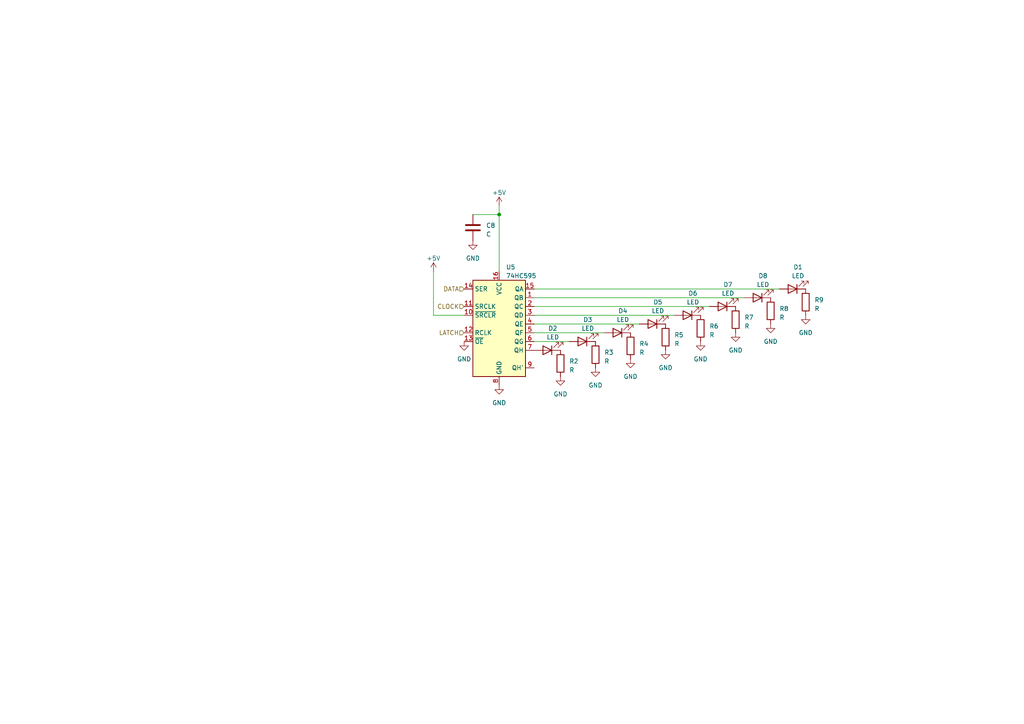
<source format=kicad_sch>
(kicad_sch (version 20230121) (generator eeschema)
  (paper "A4")
  (lib_symbols
    (symbol "74xx:74HC595"
      (property "Reference" "U" (at -7.62 13.97 0))
      (property "Value" "74HC595" (at -7.62 -16.51 0))
      (symbol "74HC595_1_0"
        (pin tri_state line (at 10.16 7.62 180) (length 2.54) (name "QB") (number "1"))
        (pin input line (at -10.16 2.54 0) (length 2.54) (name "~{SRCLR}") (number "10"))
        (pin input line (at -10.16 5.08 0) (length 2.54) (name "SRCLK") (number "11"))
        (pin input line (at -10.16 -2.54 0) (length 2.54) (name "RCLK") (number "12"))
        (pin input line (at -10.16 -5.08 0) (length 2.54) (name "~{OE}") (number "13"))
        (pin input line (at -10.16 10.16 0) (length 2.54) (name "SER") (number "14"))
        (pin tri_state line (at 10.16 10.16 180) (length 2.54) (name "QA") (number "15"))
        (pin power_in line (at 0 15.24 270) (length 2.54) (name "VCC") (number "16"))
        (pin tri_state line (at 10.16 5.08 180) (length 2.54) (name "QC") (number "2"))
        (pin tri_state line (at 10.16 2.54 180) (length 2.54) (name "QD") (number "3"))
        (pin tri_state line (at 10.16 0 180) (length 2.54) (name "QE") (number "4"))
        (pin tri_state line (at 10.16 -2.54 180) (length 2.54) (name "QF") (number "5"))
        (pin tri_state line (at 10.16 -5.08 180) (length 2.54) (name "QG") (number "6"))
        (pin tri_state line (at 10.16 -7.62 180) (length 2.54) (name "QH") (number "7"))
        (pin power_in line (at 0 -17.78 90) (length 2.54) (name "GND") (number "8"))
        (pin output line (at 10.16 -12.7 180) (length 2.54) (name "QH'") (number "9"))
      )
      (symbol "74HC595_1_1"
        (rectangle (start -7.62 12.7) (end 7.62 -15.24) (stroke (width 0.254)) (fill (type background)))
      )
    )
    (symbol "Device:C" (pin_numbers hide) (pin_names (offset 0.254))
      (property "Reference" "C" (at 0.635 2.54 0))
      (property "Value" "C" (at 0.635 -2.54 0))
      (symbol "C_0_1"
        (polyline (pts (xy -2.032 -0.762) (xy 2.032 -0.762)) (stroke (width 0.508)))
        (polyline (pts (xy -2.032 0.762) (xy 2.032 0.762)) (stroke (width 0.508)))
      )
      (symbol "C_1_1"
        (pin passive line (at 0 3.81 270) (length 2.794) (name "~") (number "1"))
        (pin passive line (at 0 -3.81 90) (length 2.794) (name "~") (number "2"))
      )
    )
    (symbol "Device:LED" (pin_numbers hide) (pin_names (offset 1.016) hide)
      (property "Reference" "D" (at 0 2.54 0))
      (property "Value" "LED" (at 0 -2.54 0))
      (symbol "LED_0_1"
        (polyline (pts (xy -1.27 -1.27) (xy -1.27 1.27)) (stroke (width 0.254)))
        (polyline (pts (xy -1.27 0) (xy 1.27 0)))
        (polyline (pts (xy 1.27 -1.27) (xy 1.27 1.27) (xy -1.27 0) (xy 1.27 -1.27)) (stroke (width 0.254)))
        (polyline (pts (xy -3.048 -0.762) (xy -4.572 -2.286) (xy -3.81 -2.286) (xy -4.572 -2.286) (xy -4.572 -1.524)))
        (polyline (pts (xy -1.778 -0.762) (xy -3.302 -2.286) (xy -2.54 -2.286) (xy -3.302 -2.286) (xy -3.302 -1.524)))
      )
      (symbol "LED_1_1"
        (pin passive line (at -3.81 0 0) (length 2.54) (name "K") (number "1"))
        (pin passive line (at 3.81 0 180) (length 2.54) (name "A") (number "2"))
      )
    )
    (symbol "Device:R" (pin_numbers hide) (pin_names (offset 0))
      (property "Reference" "R" (at 2.032 0 90))
      (property "Value" "R" (at 0 0 90))
      (symbol "R_0_1"
        (rectangle (start -1.016 -2.54) (end 1.016 2.54) (stroke (width 0.254)))
      )
      (symbol "R_1_1"
        (pin passive line (at 0 3.81 270) (length 1.27) (name "~") (number "1"))
        (pin passive line (at 0 -3.81 90) (length 1.27) (name "~") (number "2"))
      )
    )
    (symbol "power:+5V" (power) (pin_names (offset 0))
      (property "Value" "+5V" (at 0 3.556 0))
      (symbol "+5V_0_1"
        (polyline (pts (xy -0.762 1.27) (xy 0 2.54)))
        (polyline (pts (xy 0 0) (xy 0 2.54)))
        (polyline (pts (xy 0 2.54) (xy 0.762 1.27)))
      )
      (symbol "+5V_1_1"
        (pin power_in line (at 0 0 90) (length 0) hide (name "+5V") (number "1"))
      )
    )
    (symbol "power:GND" (power) (pin_names (offset 0))
      (property "Value" "GND" (at 0 -3.81 0))
      (symbol "GND_0_1"
        (polyline (pts (xy 0 0) (xy 0 -1.27) (xy 1.27 -1.27) (xy 0 -2.54) (xy -1.27 -1.27) (xy 0 -1.27)))
      )
      (symbol "GND_1_1"
        (pin power_in line (at 0 0 270) (length 0) hide (name "GND") (number "1"))
      )
    )
  )
  (junction (at 144.78 62.23))
  (wire (pts (xy 154.94 99.06) (xy 165.1 99.06)))
  (wire (pts (xy 144.78 62.23) (xy 144.78 78.74)))
  (wire (pts (xy 144.78 59.69) (xy 144.78 62.23)))
  (wire (pts (xy 154.94 93.98) (xy 185.42 93.98)))
  (wire (pts (xy 125.73 91.44) (xy 134.62 91.44)))
  (wire (pts (xy 154.94 96.52) (xy 175.26 96.52)))
  (wire (pts (xy 154.94 88.9) (xy 205.74 88.9)))
  (wire (pts (xy 125.73 78.74) (xy 125.73 91.44)))
  (wire (pts (xy 226.06 83.82) (xy 154.94 83.82)))
  (wire (pts (xy 137.16 62.23) (xy 144.78 62.23)))
  (wire (pts (xy 154.94 91.44) (xy 195.58 91.44)))
  (wire (pts (xy 154.94 86.36) (xy 215.9 86.36)))
  (hierarchical_label "LATCH" (shape input) (at 134.62 96.52 180))
  (hierarchical_label "CLOCK" (shape input) (at 134.62 88.9 180))
  (hierarchical_label "DATA" (shape input) (at 134.62 83.82 180))
  (symbol (lib_id "power:GND") (at 203.2 99.06 0) (unit 1)
    (property "Reference" "#PWR018" (effects hide))
    (property "Value" "GND" (at 203.2 104.14 0))
    (instances (project "CxCat" (path "" (reference "#PWR018") (unit 1)) (path "" (reference "#PWR023") (unit 1))))
  )
  (symbol (lib_id "Device:LED") (at 219.71 86.36 180) (unit 1)
    (property "Reference" "D8" (at 221.2975 80.01 0))
    (property "Value" "LED" (at 221.2975 82.55 0))
    (property "Footprint" "LED_THT:LED_D3.0mm" (effects hide))
    (instances (project "CxCat" (path "" (reference "D8") (unit 1)) (path "" (reference "D7") (unit 1))))
  )
  (symbol (lib_id "Device:R") (at 223.52 90.17 0) (unit 1)
    (property "Reference" "R8" (at 226.06 89.535 0) (effects (justify left)))
    (property "Value" "R" (at 226.06 92.075 0) (effects (justify left)))
    (property "Footprint" "Resistor_THT:R_Axial_DIN0204_L3.6mm_D1.6mm_P5.08mm_Horizontal" (effects hide))
  )
  (symbol (lib_id "Device:LED") (at 179.07 96.52 180) (unit 1)
    (property "Reference" "D4" (at 180.6575 90.17 0))
    (property "Value" "LED" (at 180.6575 92.71 0))
    (property "Footprint" "LED_THT:LED_D3.0mm" (effects hide))
    (instances (project "CxCat" (path "" (reference "D4") (unit 1)) (path "" (reference "D3") (unit 1))))
  )
  (symbol (lib_id "Device:R") (at 172.72 102.87 0) (unit 1)
    (property "Reference" "R3" (at 175.26 102.235 0) (effects (justify left)))
    (property "Value" "R" (at 175.26 104.775 0) (effects (justify left)))
    (property "Footprint" "Resistor_THT:R_Axial_DIN0204_L3.6mm_D1.6mm_P5.08mm_Horizontal" (effects hide))
  )
  (symbol (lib_id "Device:LED") (at 158.75 101.6 180) (unit 1)
    (property "Reference" "D2" (at 160.3375 95.25 0))
    (property "Value" "LED" (at 160.3375 97.79 0))
    (property "Footprint" "LED_THT:LED_D3.0mm" (effects hide))
    (instances (project "CxCat" (path "" (reference "D2") (unit 1)) (path "" (reference "D1") (unit 1))))
  )
  (symbol (lib_id "Device:C") (at 137.16 66.04 0) (unit 1)
    (property "Reference" "C8" (at 140.97 65.405 0) (effects (justify left)))
    (property "Value" "C" (at 140.97 67.945 0) (effects (justify left)))
    (property "Footprint" "Capacitor_THT:C_Rect_L4.0mm_W2.5mm_P2.50mm" (effects hide))
  )
  (symbol (lib_id "Device:LED") (at 168.91 99.06 180) (unit 1)
    (property "Reference" "D3" (at 170.4975 92.71 0))
    (property "Value" "LED" (at 170.4975 95.25 0))
    (property "Footprint" "LED_THT:LED_D3.0mm" (effects hide))
    (instances (project "CxCat" (path "" (reference "D3") (unit 1)) (path "" (reference "D2") (unit 1))))
  )
  (symbol (lib_id "power:GND") (at 223.52 93.98 0) (unit 1)
    (property "Reference" "#PWR020" (effects hide))
    (property "Value" "GND" (at 223.52 99.06 0))
    (instances (project "CxCat" (path "" (reference "#PWR020") (unit 1)) (path "" (reference "#PWR025") (unit 1))))
  )
  (symbol (lib_id "Device:LED") (at 209.55 88.9 180) (unit 1)
    (property "Reference" "D7" (at 211.1375 82.55 0))
    (property "Value" "LED" (at 211.1375 85.09 0))
    (property "Footprint" "LED_THT:LED_D3.0mm" (effects hide))
    (instances (project "CxCat" (path "" (reference "D7") (unit 1)) (path "" (reference "D6") (unit 1))))
  )
  (symbol (lib_id "power:GND") (at 233.68 91.44 0) (unit 1)
    (property "Reference" "#PWR021" (effects hide))
    (property "Value" "GND" (at 233.68 96.52 0))
    (instances (project "CxCat" (path "" (reference "#PWR021") (unit 1)) (path "" (reference "#PWR026") (unit 1))))
  )
  (symbol (lib_id "power:GND") (at 137.16 69.85 0) (unit 1)
    (property "Reference" "#PWR023" (effects hide))
    (property "Value" "GND" (at 137.16 74.93 0))
    (instances (project "CxCat" (path "" (reference "#PWR023") (unit 1)) (path "" (reference "#PWR016") (unit 1))))
  )
  (symbol (lib_id "power:GND") (at 144.78 111.76 0) (unit 1)
    (property "Reference" "#PWR022" (effects hide))
    (property "Value" "GND" (at 144.78 116.84 0))
    (instances (project "CxCat" (path "" (reference "#PWR022") (unit 1)) (path "" (reference "#PWR018") (unit 1))))
  )
  (symbol (lib_id "74xx:74HC595") (at 144.78 93.98 0) (unit 1)
    (property "Reference" "U5" (at 146.7359 77.47 0) (effects (justify left)))
    (property "Value" "74HC595" (at 146.7359 80.01 0) (effects (justify left)))
    (property "Footprint" "Package_DIP:DIP-16_W7.62mm_LongPads" (effects hide))
    (property "Datasheet" "http://www.ti.com/lit/ds/symlink/sn74hc595.pdf" (effects hide))
  )
  (symbol (lib_id "Device:R") (at 213.36 92.71 0) (unit 1)
    (property "Reference" "R7" (at 215.9 92.075 0) (effects (justify left)))
    (property "Value" "R" (at 215.9 94.615 0) (effects (justify left)))
    (property "Footprint" "Resistor_THT:R_Axial_DIN0204_L3.6mm_D1.6mm_P5.08mm_Horizontal" (effects hide))
  )
  (symbol (lib_id "power:+5V") (at 125.73 78.74 0) (unit 1)
    (property "Reference" "#PWR026" (effects hide))
    (property "Value" "+5V" (at 125.73 74.93 0))
    (instances (project "CxCat" (path "" (reference "#PWR026") (unit 1)) (path "" (reference "#PWR014") (unit 1))))
  )
  (symbol (lib_id "power:GND") (at 193.04 101.6 0) (unit 1)
    (property "Reference" "#PWR017" (effects hide))
    (property "Value" "GND" (at 193.04 106.68 0))
    (instances (project "CxCat" (path "" (reference "#PWR017") (unit 1)) (path "" (reference "#PWR022") (unit 1))))
  )
  (symbol (lib_id "Device:LED") (at 199.39 91.44 180) (unit 1)
    (property "Reference" "D6" (at 200.9775 85.09 0))
    (property "Value" "LED" (at 200.9775 87.63 0))
    (property "Footprint" "LED_THT:LED_D3.0mm" (effects hide))
    (instances (project "CxCat" (path "" (reference "D6") (unit 1)) (path "" (reference "D5") (unit 1))))
  )
  (symbol (lib_id "power:+5V") (at 144.78 59.69 0) (unit 1)
    (property "Reference" "#PWR024" (effects hide))
    (property "Value" "+5V" (at 144.78 55.88 0))
    (instances (project "CxCat" (path "" (reference "#PWR024") (unit 1)) (path "" (reference "#PWR017") (unit 1))))
  )
  (symbol (lib_id "Device:LED") (at 229.87 83.82 180) (unit 1)
    (property "Reference" "D1" (at 231.4575 77.47 0))
    (property "Value" "LED" (at 231.4575 80.01 0))
    (property "Footprint" "LED_THT:LED_D3.0mm" (effects hide))
    (instances (project "CxCat" (path "" (reference "D1") (unit 1)) (path "" (reference "D8") (unit 1))))
  )
  (symbol (lib_id "Device:R") (at 233.68 87.63 0) (unit 1)
    (property "Reference" "R9" (at 236.22 86.995 0) (effects (justify left)))
    (property "Value" "R" (at 236.22 89.535 0) (effects (justify left)))
    (property "Footprint" "Resistor_THT:R_Axial_DIN0204_L3.6mm_D1.6mm_P5.08mm_Horizontal" (effects hide))
  )
  (symbol (lib_id "Device:R") (at 203.2 95.25 0) (unit 1)
    (property "Reference" "R6" (at 205.74 94.615 0) (effects (justify left)))
    (property "Value" "R" (at 205.74 97.155 0) (effects (justify left)))
    (property "Footprint" "Resistor_THT:R_Axial_DIN0204_L3.6mm_D1.6mm_P5.08mm_Horizontal" (effects hide))
  )
  (symbol (lib_id "Device:R") (at 182.88 100.33 0) (unit 1)
    (property "Reference" "R4" (at 185.42 99.695 0) (effects (justify left)))
    (property "Value" "R" (at 185.42 102.235 0) (effects (justify left)))
    (property "Footprint" "Resistor_THT:R_Axial_DIN0204_L3.6mm_D1.6mm_P5.08mm_Horizontal" (effects hide))
  )
  (symbol (lib_id "Device:R") (at 162.56 105.41 0) (unit 1)
    (property "Reference" "R2" (at 165.1 104.775 0) (effects (justify left)))
    (property "Value" "R" (at 165.1 107.315 0) (effects (justify left)))
    (property "Footprint" "Resistor_THT:R_Axial_DIN0204_L3.6mm_D1.6mm_P5.08mm_Horizontal" (effects hide))
  )
  (symbol (lib_id "Device:R") (at 193.04 97.79 0) (unit 1)
    (property "Reference" "R5" (at 195.58 97.155 0) (effects (justify left)))
    (property "Value" "R" (at 195.58 99.695 0) (effects (justify left)))
    (property "Footprint" "Resistor_THT:R_Axial_DIN0204_L3.6mm_D1.6mm_P5.08mm_Horizontal" (effects hide))
  )
  (symbol (lib_id "power:GND") (at 134.62 99.06 0) (unit 1)
    (property "Reference" "#PWR025" (effects hide))
    (property "Value" "GND" (at 134.62 104.14 0))
    (instances (project "CxCat" (path "" (reference "#PWR025") (unit 1)) (path "" (reference "#PWR015") (unit 1))))
  )
  (symbol (lib_id "Device:LED") (at 189.23 93.98 180) (unit 1)
    (property "Reference" "D5" (at 190.8175 87.63 0))
    (property "Value" "LED" (at 190.8175 90.17 0))
    (property "Footprint" "LED_THT:LED_D3.0mm" (effects hide))
    (instances (project "CxCat" (path "" (reference "D5") (unit 1)) (path "" (reference "D4") (unit 1))))
  )
  (symbol (lib_id "power:GND") (at 182.88 104.14 0) (unit 1)
    (property "Reference" "#PWR016" (effects hide))
    (property "Value" "GND" (at 182.88 109.22 0))
    (instances (project "CxCat" (path "" (reference "#PWR016") (unit 1)) (path "" (reference "#PWR021") (unit 1))))
  )
  (symbol (lib_id "power:GND") (at 162.56 109.22 0) (unit 1)
    (property "Reference" "#PWR014" (effects hide))
    (property "Value" "GND" (at 162.56 114.3 0))
    (instances (project "CxCat" (path "" (reference "#PWR014") (unit 1)) (path "" (reference "#PWR019") (unit 1))))
  )
  (symbol (lib_id "power:GND") (at 213.36 96.52 0) (unit 1)
    (property "Reference" "#PWR019" (effects hide))
    (property "Value" "GND" (at 213.36 101.6 0))
    (instances (project "CxCat" (path "" (reference "#PWR019") (unit 1)) (path "" (reference "#PWR024") (unit 1))))
  )
  (symbol (lib_id "power:GND") (at 172.72 106.68 0) (unit 1)
    (property "Reference" "#PWR015" (effects hide))
    (property "Value" "GND" (at 172.72 111.76 0))
    (instances (project "CxCat" (path "" (reference "#PWR015") (unit 1)) (path "" (reference "#PWR020") (unit 1))))
  )
)
</source>
